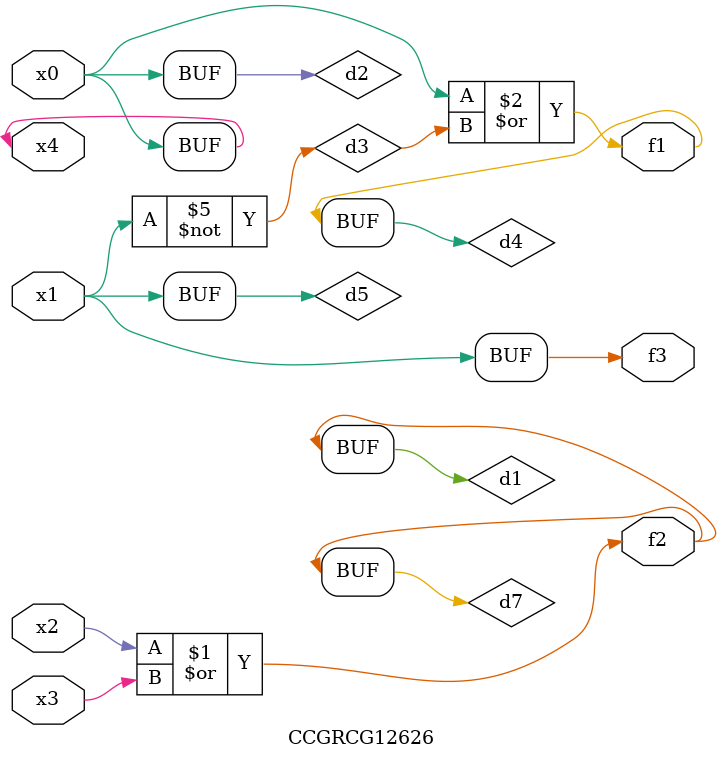
<source format=v>
module CCGRCG12626(
	input x0, x1, x2, x3, x4,
	output f1, f2, f3
);

	wire d1, d2, d3, d4, d5, d6, d7;

	or (d1, x2, x3);
	buf (d2, x0, x4);
	not (d3, x1);
	or (d4, d2, d3);
	not (d5, d3);
	nand (d6, d1, d3);
	or (d7, d1);
	assign f1 = d4;
	assign f2 = d7;
	assign f3 = d5;
endmodule

</source>
